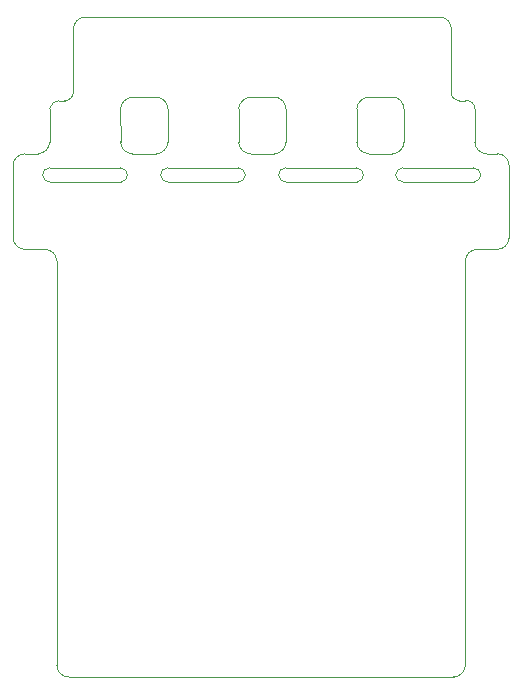
<source format=gbr>
%TF.GenerationSoftware,KiCad,Pcbnew,(6.0.2-0)*%
%TF.CreationDate,2022-10-30T17:20:59+00:00*%
%TF.ProjectId,p3-cellular-module,70332d63-656c-46c7-956c-61722d6d6f64,rev?*%
%TF.SameCoordinates,Original*%
%TF.FileFunction,Profile,NP*%
%FSLAX46Y46*%
G04 Gerber Fmt 4.6, Leading zero omitted, Abs format (unit mm)*
G04 Created by KiCad (PCBNEW (6.0.2-0)) date 2022-10-30 17:20:59*
%MOMM*%
%LPD*%
G01*
G04 APERTURE LIST*
%TA.AperFunction,Profile*%
%ADD10C,0.100000*%
%TD*%
G04 APERTURE END LIST*
D10*
X164107107Y-100800000D02*
X165000000Y-100807107D01*
X125000000Y-100807107D02*
X126100000Y-100807107D01*
X126100000Y-100807107D02*
G75*
G03*
X127100000Y-99807107I1J999999D01*
G01*
X133100001Y-99807107D02*
G75*
G03*
X134107107Y-100800000I1007102J14311D01*
G01*
X156100000Y-100807107D02*
X154107107Y-100792893D01*
X163100001Y-99807107D02*
G75*
G03*
X164107107Y-100800000I1007102J14311D01*
G01*
X153100001Y-99800000D02*
G75*
G03*
X154107107Y-100792893I1007102J14311D01*
G01*
X143100001Y-99807107D02*
G75*
G03*
X144107107Y-100800000I1007102J14311D01*
G01*
X136100000Y-100807107D02*
G75*
G03*
X137100000Y-99807107I1J999999D01*
G01*
X163600000Y-102600000D02*
G75*
G03*
X163000000Y-102000000I-631915J-31915D01*
G01*
X163300000Y-108900000D02*
X164992893Y-108900000D01*
X128396447Y-96300000D02*
G75*
G03*
X129096447Y-95536296I26483J678383D01*
G01*
X153081282Y-103200000D02*
X147081282Y-103200000D01*
X166000000Y-101807107D02*
X166000000Y-107907107D01*
X126700000Y-108900000D02*
X125007125Y-108899267D01*
X153081282Y-103200000D02*
G75*
G03*
X153681282Y-102600000I0J600000D01*
G01*
X156100000Y-100807107D02*
G75*
G03*
X157100000Y-99807107I1J999999D01*
G01*
X156400000Y-102600000D02*
G75*
G03*
X157000000Y-103200000I631915J31915D01*
G01*
X146100000Y-100807107D02*
X144107107Y-100800000D01*
X157092893Y-97000000D02*
G75*
G03*
X156192893Y-96000000I-1021689J-14520D01*
G01*
X143100000Y-99807107D02*
X143100000Y-97000000D01*
X147100000Y-97000000D02*
X147100000Y-99807107D01*
X153681282Y-102600000D02*
G75*
G03*
X153081282Y-102000000I-631915J-31915D01*
G01*
X127700000Y-144100000D02*
G75*
G03*
X128700000Y-145100000I999999J-1D01*
G01*
X143081282Y-103200000D02*
G75*
G03*
X143681282Y-102600000I0J600000D01*
G01*
X161800000Y-96300000D02*
X162300000Y-96300000D01*
X154092893Y-96000000D02*
G75*
G03*
X153092893Y-97000000I136296J-1136296D01*
G01*
X161100000Y-95536296D02*
G75*
G03*
X161800000Y-96300000I673517J-85321D01*
G01*
X129103554Y-90250000D02*
X129096447Y-95536296D01*
X127700000Y-144100000D02*
X127700000Y-109900000D01*
X133700000Y-102600000D02*
G75*
G03*
X133100000Y-102000000I-631915J-31915D01*
G01*
X124000000Y-107909306D02*
X124000000Y-101807107D01*
X146100000Y-100807107D02*
G75*
G03*
X147100000Y-99807107I1J999999D01*
G01*
X164992893Y-108900000D02*
G75*
G03*
X166000000Y-107907107I1J1007208D01*
G01*
X137081282Y-102000000D02*
G75*
G03*
X136481282Y-102600000I0J-600000D01*
G01*
X130100000Y-89250000D02*
X160262197Y-89250000D01*
X146192893Y-96000000D02*
X144092893Y-96000000D01*
X154092893Y-96000000D02*
X156192893Y-96000000D01*
X147081282Y-102000000D02*
X153081282Y-102000000D01*
X137081282Y-102000000D02*
X143081282Y-102000000D01*
X127100000Y-102000000D02*
X133100000Y-102000000D01*
X126500000Y-102600000D02*
G75*
G03*
X127100000Y-103200000I631915J31915D01*
G01*
X146481282Y-102600000D02*
G75*
G03*
X147081282Y-103200000I631915J31915D01*
G01*
X143081282Y-103200000D02*
X137081282Y-103200000D01*
X136481282Y-102600000D02*
G75*
G03*
X137081282Y-103200000I631915J31915D01*
G01*
X137092893Y-97000000D02*
X137100000Y-99807107D01*
X127892893Y-96300000D02*
G75*
G03*
X127100000Y-97000000I60052J-867078D01*
G01*
X125000000Y-100807107D02*
G75*
G03*
X124000000Y-101807107I14416J-1014416D01*
G01*
X136192893Y-96000000D02*
X134092893Y-96000000D01*
X161100000Y-90250000D02*
G75*
G03*
X160262197Y-89250000I-951280J53972D01*
G01*
X133100000Y-99807107D02*
X133092893Y-97000000D01*
X130100000Y-89250000D02*
G75*
G03*
X129103554Y-90250000I11532J-1007943D01*
G01*
X157092893Y-97000000D02*
X157100000Y-99807107D01*
X157000000Y-102000000D02*
G75*
G03*
X156400000Y-102600000I0J-600000D01*
G01*
X136100000Y-100807107D02*
X134107107Y-100800000D01*
X127892893Y-96300000D02*
X128396447Y-96300000D01*
X163300000Y-108900000D02*
G75*
G03*
X162300000Y-109900000I-1J-999999D01*
G01*
X163000000Y-103200000D02*
G75*
G03*
X163600000Y-102600000I0J600000D01*
G01*
X163000000Y-103200000D02*
X157000000Y-103200000D01*
X147100001Y-97000000D02*
G75*
G03*
X146192893Y-96000000I-1029786J-22704D01*
G01*
X162300000Y-109900000D02*
X162300000Y-144100000D01*
X163100000Y-97000000D02*
G75*
G03*
X162300000Y-96300000I-715135J-10154D01*
G01*
X161100000Y-95536296D02*
X161100000Y-90250000D01*
X153100000Y-99800000D02*
X153092893Y-97000000D01*
X157000000Y-102000000D02*
X163000000Y-102000000D01*
X147081282Y-102000000D02*
G75*
G03*
X146481282Y-102600000I0J-600000D01*
G01*
X137092893Y-97000000D02*
G75*
G03*
X136192893Y-96000000I-1021689J-14520D01*
G01*
X124000000Y-107909306D02*
G75*
G03*
X125007125Y-108899267I1007121J17309D01*
G01*
X127700000Y-109900000D02*
G75*
G03*
X126700000Y-108900000I-999999J1D01*
G01*
X133100000Y-103200000D02*
X127100000Y-103200000D01*
X134092893Y-96000000D02*
G75*
G03*
X133092893Y-97000000I136296J-1136296D01*
G01*
X161300000Y-145100000D02*
G75*
G03*
X162300000Y-144100000I1J999999D01*
G01*
X144092893Y-96000000D02*
G75*
G03*
X143100000Y-97000000I135197J-1127155D01*
G01*
X127100000Y-97000000D02*
X127100000Y-99807107D01*
X133100000Y-103200000D02*
G75*
G03*
X133700000Y-102600000I0J600000D01*
G01*
X163100000Y-99807107D02*
X163100000Y-97000000D01*
X127100000Y-102000000D02*
G75*
G03*
X126500000Y-102600000I0J-600000D01*
G01*
X166000000Y-101807107D02*
G75*
G03*
X165000000Y-100807107I-999999J1D01*
G01*
X143681282Y-102600000D02*
G75*
G03*
X143081282Y-102000000I-631915J-31915D01*
G01*
X128700000Y-145100000D02*
X161300000Y-145100000D01*
M02*

</source>
